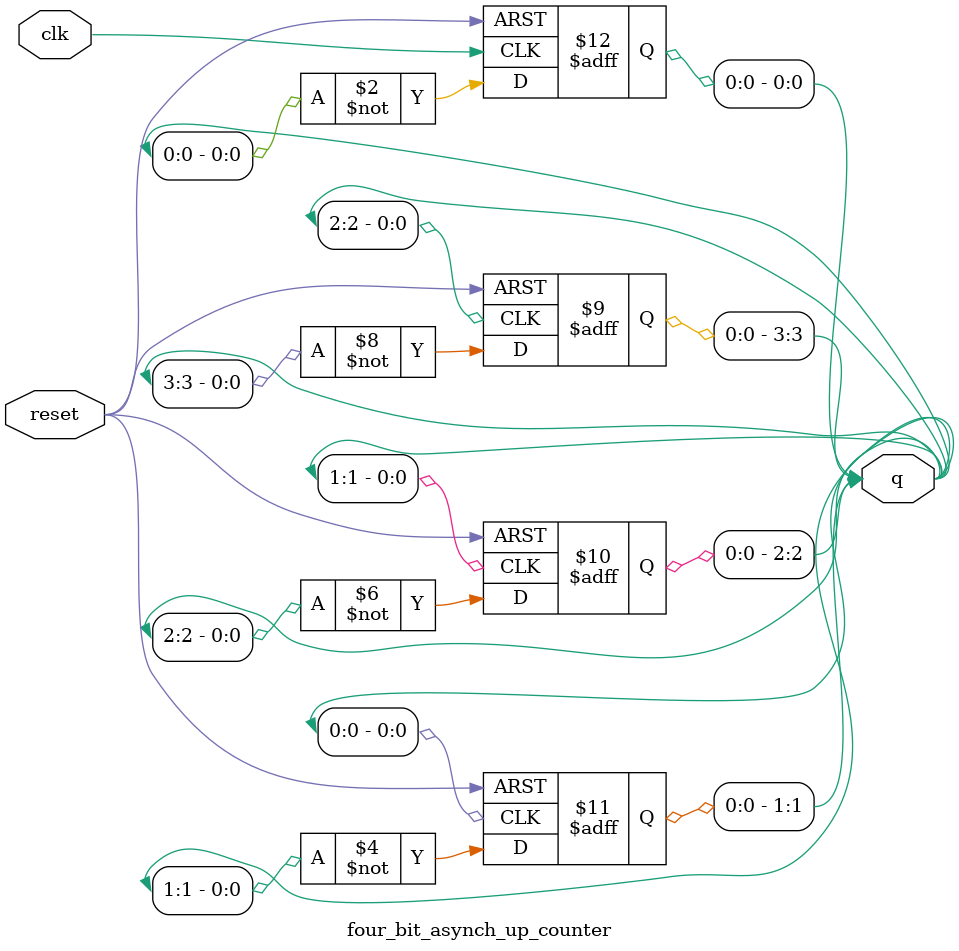
<source format=v>
`timescale 1ns / 1ps

module four_bit_asynch_up_counter(
    input clk, 
    input reset, 
    output reg [3:0] q
    );
    
always @(negedge clk or posedge reset) begin
    if (reset) 
        q[0] <= 1'b0;
    else 
        q[0] <= ~q[0];
end

always @(negedge q[0] or posedge reset) begin
    if (reset) 
        q[1] <= 1'b0;
    else 
        q[1] <= ~q[1];
end

always @(negedge q[1] or posedge reset) begin
    if (reset) 
        q[2] <= 1'b0;
    else 
        q[2] <= ~q[2];
end

always @(negedge q[2] or posedge reset) begin
    if (reset) 
        q[3] <= 1'b0;
    else 
        q[3] <= ~q[3];
end


endmodule

</source>
